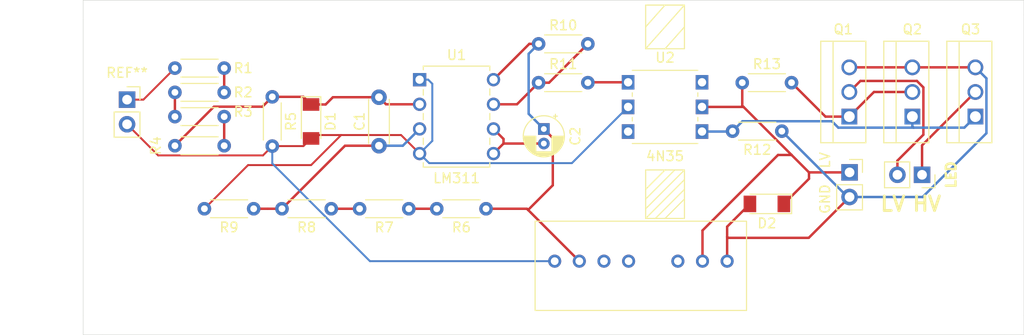
<source format=kicad_pcb>
(kicad_pcb (version 20211014) (generator pcbnew)
  (layers (0 "F.Cu" signal) (31 "B.Cu" signal) (34 "B.Paste" user) (35 "F.Paste" user) (36 "B.SilkS" user "B.Silkscreen") (37 "F.SilkS" user "F.Silkscreen") (38 "B.Mask" user) (39 "F.Mask" user) (44 "Edge.Cuts" user))
  (net 0 "")
  (net 1 "/HV+")
  (net 2 "Net-(R1-Pad2)")
  (net 3 "Net-(R2-Pad2)")
  (net 4 "Net-(R3-Pad2)")
  (net 5 "Net-(C1-Pad2)")
  (net 6 "/HV-")
  (net 7 "Net-(C2-Pad1)")
  (net 8 "Net-(R6-Pad2)")
  (net 9 "Net-(R7-Pad2)")
  (net 10 "Net-(C1-Pad1)")
  (net 11 "Net-(R10-Pad2)")
  (net 12 "Net-(R11-Pad2)")
  (net 13 "GND")
  (net 14 "Net-(Q2-Pad1)")
  (net 15 "/LV")
  (net 16 "Net-(Q1-Pad1)")
  (net 19 "Net-(C2-Pad2)")
  (net 20 "/LV_ACTIVE_LIGHT")
  (net 21 "/HV_ACTIVE_LIGHT")
  (net 24 "x")
  (footprint "Library:LM311P" (layer "F.Cu") (at 163.69 91.19)
    (fp_text reference "U1" (at 3.81 -2.54) (layer "F.SilkS"))
    (fp_text value "LM311" (at 3.81 10.16) (layer "F.SilkS"))
    (fp_line (start 0.381 8.564597) (end 0.381 9.017) (layer "F.SilkS") (width 0.12))
    (fp_line (start 7.239 9.017) (end 7.239 8.564597) (layer "F.SilkS") (width 0.12))
    (fp_line (start 7.239 6.675403) (end 7.239 6.024597) (layer "F.SilkS") (width 0.12))
    (fp_line (start 0.381 -1.397) (end 0.381 -1.01854) (layer "F.SilkS") (width 0.12))
    (fp_line (start 7.239 -0.944597) (end 7.239 -1.397) (layer "F.SilkS") (width 0.12))
    (fp_line (start 7.239 -1.397) (end 0.381 -1.397) (layer "F.SilkS") (width 0.12))
    (fp_line (start 7.239 1.595403) (end 7.239 0.944597) (layer "F.SilkS") (width 0.12))
    (fp_line (start 0.381 3.484597) (end 0.381 4.135403) (layer "F.SilkS") (width 0.12))
    (fp_line (start 0.381 1.01854) (end 0.381 1.595403) (layer "F.SilkS") (width 0.12))
    (fp_line (start 0.381 9.017) (end 7.239 9.017) (layer "F.SilkS") (width 0.12))
    (fp_line (start 7.239 4.135403) (end 7.239 3.484597) (layer "F.SilkS") (width 0.12))
    (fp_line (start 0.381 6.024597) (end 0.381 6.675403) (layer "F.SilkS") (width 0.12))
    (pad "1" thru_hole rect (at 0 0) (size 1.3716 1.3716) (drill 0.8636) (layers *.Cu *.Mask) (net 6 "/HV-"))
    (pad "2" thru_hole circle (at 0 2.54) (size 1.3716 1.3716) (drill 0.8636) (layers *.Cu *.Mask) (net 5 "Net-(C1-Pad2)"))
    (pad "3" thru_hole circle (at 0 5.08) (size 1.3716 1.3716) (drill 0.8636) (layers *.Cu *.Mask) (net 10 "Net-(C1-Pad1)"))
    (pad "4" thru_hole circle (at 0 7.62) (size 1.3716 1.3716) (drill 0.8636) (layers *.Cu *.Mask) (net 6 "/HV-"))
    (pad "5" thru_hole circle (at 7.62 7.62) (size 1.3716 1.3716) (drill 0.8636) (layers *.Cu *.Mask) (net 19 "Net-(C2-Pad2)"))
    (pad "6" thru_hole circle (at 7.62 5.08) (size 1.3716 1.3716) (drill 0.8636) (layers *.Cu *.Mask) (net 19 "Net-(C2-Pad2)"))
    (pad "7" thru_hole circle (at 7.62 2.54) (size 1.3716 1.3716) (drill 0.8636) (layers *.Cu *.Mask) (net 11 "Net-(R10-Pad2)"))
    (pad "8" thru_hole circle (at 7.62 0) (size 1.3716 1.3716) (drill 0.8636) (layers *.Cu *.Mask) (net 7 "Net-(C2-Pad1)"))
  )
  (footprint "Resistor_THT:R_Axial_DIN0204_L3.6mm_D1.6mm_P5.08mm_Horizontal" (layer "F.Cu") (at 143.54 98 180)
    (fp_text reference "R4" (at 7.04 0 90) (layer "F.SilkS"))
    (fp_text value "4.7M")
    (fp_line (start 0.62 0.92) (end 4.46 0.92) (layer "F.SilkS") (width 0.12))
    (fp_line (start 0.62 -0.92) (end 4.46 -0.92) (layer "F.SilkS") (width 0.12))
    (pad "1" thru_hole circle (at 0 0 180) (size 1.4 1.4) (drill 0.7) (layers *.Cu *.Mask) (net 4 "Net-(R3-Pad2)"))
    (pad "2" thru_hole oval (at 5.08 0 180) (size 1.4 1.4) (drill 0.7) (layers *.Cu *.Mask) (net 5 "Net-(C1-Pad2)"))
  )
  (footprint "Resistor_THT:R_Axial_DIN0204_L3.6mm_D1.6mm_P5.08mm_Horizontal" (layer "F.Cu") (at 175.96 87.5)
    (fp_text reference "R10" (at 2.54 -1.92) (layer "F.SilkS"))
    (fp_text value "4.7M")
    (fp_line (start 0.62 0.92) (end 4.46 0.92) (layer "F.SilkS") (width 0.12))
    (fp_line (start 0.62 -0.92) (end 4.46 -0.92) (layer "F.SilkS") (width 0.12))
    (pad "1" thru_hole circle (at 0 0) (size 1.4 1.4) (drill 0.7) (layers *.Cu *.Mask) (net 7 "Net-(C2-Pad1)"))
    (pad "2" thru_hole oval (at 5.08 0) (size 1.4 1.4) (drill 0.7) (layers *.Cu *.Mask) (net 11 "Net-(R10-Pad2)"))
  )
  (footprint "Resistor_THT:R_Axial_DIN0204_L3.6mm_D1.6mm_P5.08mm_Horizontal" (layer "F.Cu") (at 170.54 104.5 180)
    (fp_text reference "R6" (at 2.54 -1.92) (layer "F.SilkS"))
    (fp_text value "4.7M")
    (fp_line (start 0.62 0.92) (end 4.46 0.92) (layer "F.SilkS") (width 0.12))
    (fp_line (start 0.62 -0.92) (end 4.46 -0.92) (layer "F.SilkS") (width 0.12))
    (pad "1" thru_hole circle (at 0 0 180) (size 1.4 1.4) (drill 0.7) (layers *.Cu *.Mask) (net 7 "Net-(C2-Pad1)"))
    (pad "2" thru_hole oval (at 5.08 0 180) (size 1.4 1.4) (drill 0.7) (layers *.Cu *.Mask) (net 8 "Net-(R6-Pad2)"))
  )
  (footprint "Library:4N35" (layer "F.Cu") (at 185.19 91.46)
    (fp_text reference "U2" (at 3.81 -2.54) (layer "F.SilkS"))
    (fp_text value "4N35" (at 3.81 7.62) (layer "F.SilkS"))
    (fp_line (start 7.1882 1.45796) (end 7.1882 1.08204) (layer "F.SilkS") (width 0.12))
    (fp_line (start 0.4318 1.08204) (end 0.4318 1.45796) (layer "F.SilkS") (width 0.12))
    (fp_line (start 7.1882 3.99796) (end 7.1882 3.62204) (layer "F.SilkS") (width 0.12))
    (fp_line (start 0.4318 3.62204) (end 0.4318 3.99796) (layer "F.SilkS") (width 0.12))
    (fp_line (start 7.1882 -1.2319) (end 0.4318 -1.2319) (layer "F.SilkS") (width 0.12))
    (fp_line (start 0.4318 6.3119) (end 7.1882 6.3119) (layer "F.SilkS") (width 0.12))
    (pad "1" thru_hole rect (at 0 0) (size 1.2954 1.4986) (drill 0.8636) (layers *.Cu *.Mask) (net 12 "Net-(R11-Pad2)"))
    (pad "2" thru_hole rect (at 0 2.54) (size 1.2954 1.4986) (drill 0.8636) (layers *.Cu *.Mask) (net 6 "/HV-"))
    (pad "3" thru_hole rect (at 0 5.08) (size 1.2954 1.4986) (drill 0.8636) (layers *.Cu *.Mask))
    (pad "4" thru_hole rect (at 7.62 5.08) (size 1.2954 1.4986) (drill 0.8636) (layers *.Cu *.Mask) (net 14 "Net-(Q2-Pad1)"))
    (pad "5" thru_hole rect (at 7.62 2.54) (size 1.2954 1.4986) (drill 0.8636) (layers *.Cu *.Mask) (net 15 "/LV"))
    (pad "6" thru_hole rect (at 7.62 0) (size 1.2954 1.4986) (drill 0.8636) (layers *.Cu *.Mask))
  )
  (footprint "Diode_SMD:D_MiniMELF" (layer "F.Cu") (at 199.5 104 180)
    (fp_text reference "D2" (at 0 -2) (layer "F.SilkS"))
    (fp_text value "BZV55C12")
    (fp_line (start 1.75 -1) (end -2.55 -1) (layer "F.SilkS") (width 0.12))
    (fp_line (start -2.55 1) (end 1.75 1) (layer "F.SilkS") (width 0.12))
    (fp_line (start -2.55 -1) (end -2.55 1) (layer "F.SilkS") (width 0.12))
    (pad "1" smd rect (at -1.75 0 180) (size 1.3 1.7) (layers "F.Cu" "F.Paste" "F.Mask") (net 15 "/LV"))
    (pad "2" smd rect (at 1.75 0 180) (size 1.3 1.7) (layers "F.Cu" "F.Paste" "F.Mask") (net 13 "GND"))
  )
  (footprint "Resistor_THT:R_Axial_DIN0204_L3.6mm_D1.6mm_P5.08mm_Horizontal" (layer "F.Cu") (at 146.58 104.5 180)
    (fp_text reference "R9" (at 2.54 -1.92) (layer "F.SilkS"))
    (fp_text value "4.7M")
    (fp_line (start 0.62 0.92) (end 4.46 0.92) (layer "F.SilkS") (width 0.12))
    (fp_line (start 0.62 -0.92) (end 4.46 -0.92) (layer "F.SilkS") (width 0.12))
    (pad "1" thru_hole circle (at 0 0 180) (size 1.4 1.4) (drill 0.7) (layers *.Cu *.Mask) (net 10 "Net-(C1-Pad1)"))
    (pad "2" thru_hole oval (at 5.08 0 180) (size 1.4 1.4) (drill 0.7) (layers *.Cu *.Mask) (net 6 "/HV-"))
  )
  (footprint "Resistor_THT:R_Axial_DIN0204_L3.6mm_D1.6mm_P5.08mm_Horizontal" (layer "F.Cu") (at 138.46 95)
    (fp_text reference "R3" (at 7.04 -0.5) (layer "F.SilkS"))
    (fp_text value "4.7M")
    (fp_line (start 0.62 -0.92) (end 4.46 -0.92) (layer "F.SilkS") (width 0.12))
    (fp_line (start 0.62 0.92) (end 4.46 0.92) (layer "F.SilkS") (width 0.12))
    (pad "1" thru_hole circle (at 0 0) (size 1.4 1.4) (drill 0.7) (layers *.Cu *.Mask) (net 3 "Net-(R2-Pad2)"))
    (pad "2" thru_hole oval (at 5.08 0) (size 1.4 1.4) (drill 0.7) (layers *.Cu *.Mask) (net 4 "Net-(R3-Pad2)"))
  )
  (footprint "Resistor_THT:R_Axial_DIN0204_L3.6mm_D1.6mm_P5.08mm_Horizontal" (layer "F.Cu") (at 143.54 92.5 180)
    (fp_text reference "R2" (at -1.96 0) (layer "F.SilkS"))
    (fp_text value "4.7M")
    (fp_line (start 0.62 0.92) (end 4.46 0.92) (layer "F.SilkS") (width 0.12))
    (fp_line (start 0.62 -0.92) (end 4.46 -0.92) (layer "F.SilkS") (width 0.12))
    (pad "1" thru_hole circle (at 0 0 180) (size 1.4 1.4) (drill 0.7) (layers *.Cu *.Mask) (net 2 "Net-(R1-Pad2)"))
    (pad "2" thru_hole oval (at 5.08 0 180) (size 1.4 1.4) (drill 0.7) (layers *.Cu *.Mask) (net 3 "Net-(R2-Pad2)"))
  )
  (footprint "Resistor_THT:R_Axial_DIN0204_L3.6mm_D1.6mm_P5.08mm_Horizontal" (layer "F.Cu") (at 196.96 91.5)
    (fp_text reference "R13" (at 2.54 -1.92) (layer "F.SilkS"))
    (fp_text value "10k")
    (fp_line (start 0.62 -0.92) (end 4.46 -0.92) (layer "F.SilkS") (width 0.12))
    (fp_line (start 0.62 0.92) (end 4.46 0.92) (layer "F.SilkS") (width 0.12))
    (pad "1" thru_hole circle (at 0 0) (size 1.4 1.4) (drill 0.7) (layers *.Cu *.Mask) (net 15 "/LV"))
    (pad "2" thru_hole oval (at 5.08 0) (size 1.4 1.4) (drill 0.7) (layers *.Cu *.Mask) (net 16 "Net-(Q1-Pad1)"))
  )
  (footprint "Library:IRF640NPBF" (layer "F.Cu") (at 221 95 90)
    (fp_text reference "Q3" (at 9 -0.5 180) (layer "F.SilkS"))
    (fp_text value "IRF640" hide)
    (fp_line (start 7.7724 1.7018) (end 7.7724 -2.9464) (layer "F.SilkS") (width 0.12))
    (fp_line (start -2.5654 -1.6764) (end 7.6454 -1.6764) (layer "F.SilkS") (width 0.12))
    (fp_line (start -2.6924 -2.9464) (end -2.6924 1.7018) (layer "F.SilkS") (width 0.12))
    (fp_line (start -2.6924 1.7018) (end 7.7724 1.7018) (layer "F.SilkS") (width 0.12))
    (fp_line (start 7.7724 -2.9464) (end -2.6924 -2.9464) (layer "F.SilkS") (width 0.12))
    (pad "1" thru_hole rect (at 0 0 90) (size 1.6256 1.6256) (drill 1.1176) (layers *.Cu *.Mask) (net 14 "Net-(Q2-Pad1)"))
    (pad "2" thru_hole circle (at 2.54 0 90) (size 1.6256 1.6256) (drill 1.1176) (layers *.Cu *.Mask) (net 21 "/HV_ACTIVE_LIGHT"))
    (pad "3" thru_hole circle (at 5.08 0 90) (size 1.6256 1.6256) (drill 1.1176) (layers *.Cu *.Mask) (net 13 "GND"))
  )
  (footprint "Resistor_THT:R_Axial_DIN0204_L3.6mm_D1.6mm_P5.08mm_Horizontal" (layer "F.Cu") (at 148.5 92.96 -90)
    (fp_text reference "R5" (at 2.54 -1.92 90) (layer "F.SilkS"))
    (fp_text value "1M")
    (fp_line (start 0.62 -0.92) (end 4.46 -0.92) (layer "F.SilkS") (width 0.12))
    (fp_line (start 0.62 0.92) (end 4.46 0.92) (layer "F.SilkS") (width 0.12))
    (pad "1" thru_hole circle (at 0 0 270) (size 1.4 1.4) (drill 0.7) (layers *.Cu *.Mask) (net 5 "Net-(C1-Pad2)"))
    (pad "2" thru_hole oval (at 5.08 0 270) (size 1.4 1.4) (drill 0.7) (layers *.Cu *.Mask) (net 6 "/HV-"))
  )
  (footprint "Resistor_THT:R_Axial_DIN0204_L3.6mm_D1.6mm_P5.08mm_Horizontal" (layer "F.Cu") (at 138.46 90)
    (fp_text reference "R1" (at 7.04 0) (layer "F.SilkS"))
    (fp_text value "4.7M")
    (fp_line (start 0.62 0.92) (end 4.46 0.92) (layer "F.SilkS") (width 0.12))
    (fp_line (start 0.62 -0.92) (end 4.46 -0.92) (layer "F.SilkS") (width 0.12))
    (pad "1" thru_hole circle (at 0 0) (size 1.4 1.4) (drill 0.7) (layers *.Cu *.Mask) (net 1 "/HV+"))
    (pad "2" thru_hole oval (at 5.08 0) (size 1.4 1.4) (drill 0.7) (layers *.Cu *.Mask) (net 2 "Net-(R1-Pad2)"))
  )
  (footprint "Connector_PinSocket_2.54mm:PinSocket_1x02_P2.54mm_Vertical" (layer "F.Cu") (at 208.025 100.75)
    (fp_text reference "REF**" hide)
    (fp_text value "PinSocket_1x02_P2.54mm_Vertical")
    (fp_line (start -1.33 1.27) (end -1.33 3.87) (layer "F.SilkS") (width 0.12))
    (fp_line (start -1.33 1.27) (end 1.33 1.27) (layer "F.SilkS") (width 0.12))
    (fp_line (start 0 -1.33) (end 1.33 -1.33) (layer "F.SilkS") (width 0.12))
    (fp_line (start 1.33 1.27) (end 1.33 3.87) (layer "F.SilkS") (width 0.12))
    (fp_line (start -1.33 3.87) (end 1.33 3.87) (layer "F.SilkS") (width 0.12))
    (fp_line (start 1.33 -1.33) (end 1.33 0) (layer "F.SilkS") (width 0.12))
    (pad "1" thru_hole rect (at 0 0) (size 1.7 1.7) (drill 1) (layers *.Cu *.Mask) (net 15 "/LV"))
    (pad "2" thru_hole oval (at 0 2.54) (size 1.7 1.7) (drill 1) (layers *.Cu *.Mask) (net 13 "GND"))
  )
  (footprint "Library:IRF640NPBF" (layer "F.Cu") (at 214.5 95 90)
    (fp_text reference "Q2" (at 9 0 180) (layer "F.SilkS"))
    (fp_text value "IRF640" hide)
    (fp_line (start -2.5654 -1.6764) (end 7.6454 -1.6764) (layer "F.SilkS") (width 0.12))
    (fp_line (start 7.7724 -2.9464) (end -2.6924 -2.9464) (layer "F.SilkS") (width 0.12))
    (fp_line (start -2.6924 -2.9464) (end -2.6924 1.7018) (layer "F.SilkS") (width 0.12))
    (fp_line (start 7.7724 1.7018) (end 7.7724 -2.9464) (layer "F.SilkS") (width 0.12))
    (fp_line (start -2.6924 1.7018) (end 7.7724 1.7018) (layer "F.SilkS") (width 0.12))
    (pad "1" thru_hole rect (at 0 0 90) (size 1.6256 1.6256) (drill 1.1176) (layers *.Cu *.Mask) (net 14 "Net-(Q2-Pad1)"))
    (pad "2" thru_hole circle (at 2.54 0 90) (size 1.6256 1.6256) (drill 1.1176) (layers *.Cu *.Mask) (net 16 "Net-(Q1-Pad1)"))
    (pad "3" thru_hole circle (at 5.08 0 90) (size 1.6256 1.6256) (drill 1.1176) (layers *.Cu *.Mask) (net 13 "GND"))
  )
  (footprint "Resistor_THT:R_Axial_DIN0204_L3.6mm_D1.6mm_P5.08mm_Horizontal" (layer "F.Cu") (at 175.96 91.5)
    (fp_text reference "R11" (at 2.54 -1.92) (layer "F.SilkS"))
    (fp_text value "2k2")
    (fp_line (start 0.62 -0.92) (end 4.46 -0.92) (layer "F.SilkS") (width 0.12))
    (fp_line (start 0.62 0.92) (end 4.46 0.92) (layer "F.SilkS") (width 0.12))
    (pad "1" thru_hole circle (at 0 0) (size 1.4 1.4) (drill 0.7) (layers *.Cu *.Mask) (net 11 "Net-(R10-Pad2)"))
    (pad "2" thru_hole oval (at 5.08 0) (size 1.4 1.4) (drill 0.7) (layers *.Cu *.Mask) (net 12 "Net-(R11-Pad2)"))
  )
  (footprint "Resistor_THT:R_Axial_DIN0204_L3.6mm_D1.6mm_P5.08mm_Horizontal" (layer "F.Cu") (at 201.04 96.5 180)
    (fp_text reference "R12" (at 2.54 -1.92) (layer "F.SilkS"))
    (fp_text value "100k")
    (fp_line (start 0.62 0.92) (end 4.46 0.92) (layer "F.SilkS") (width 0.12))
    (fp_line (start 0.62 -0.92) (end 4.46 -0.92) (layer "F.SilkS") (width 0.12))
    (pad "1" thru_hole circle (at 0 0 180) (size 1.4 1.4) (drill 0.7) (layers *.Cu *.Mask) (net 13 "GND"))
    (pad "2" thru_hole oval (at 5.08 0 180) (size 1.4 1.4) (drill 0.7) (layers *.Cu *.Mask) (net 14 "Net-(Q2-Pad1)"))
  )
  (footprint "Resistor_THT:R_Axial_DIN0204_L3.6mm_D1.6mm_P5.08mm_Horizontal" (layer "F.Cu") (at 154.58 104.5 180)
    (fp_text reference "R8" (at 2.54 -1.92) (layer "F.SilkS"))
    (fp_text value "4.7M")
    (fp_line (start 0.62 -0.92) (end 4.46 -0.92) (layer "F.SilkS") (width 0.12))
    (fp_line (start 0.62 0.92) (end 4.46 0.92) (layer "F.SilkS") (width 0.12))
    (pad "1" thru_hole circle (at 0 0 180) (size 1.4 1.4) (drill 0.7) (layers *.Cu *.Mask) (net 9 "Net-(R7-Pad2)"))
    (pad "2" thru_hole oval (at 5.08 0 180) (size 1.4 1.4) (drill 0.7) (layers *.Cu *.Mask) (net 10 "Net-(C1-Pad1)"))
  )
  (footprint "Resistor_THT:R_Axial_DIN0204_L3.6mm_D1.6mm_P5.08mm_Horizontal" (layer "F.Cu") (at 162.58 104.5 180)
    (fp_text reference "R7" (at 2.54 -1.92) (layer "F.SilkS"))
    (fp_text value "4.7M")
    (fp_line (start 0.62 0.92) (end 4.46 0.92) (layer "F.SilkS") (width 0.12))
    (fp_line (start 0.62 -0.92) (end 4.46 -0.92) (layer "F.SilkS") (width 0.12))
    (pad "1" thru_hole circle (at 0 0 180) (size 1.4 1.4) (drill 0.7) (layers *.Cu *.Mask) (net 8 "Net-(R6-Pad2)"))
    (pad "2" thru_hole oval (at 5.08 0 180) (size 1.4 1.4) (drill 0.7) (layers *.Cu *.Mask) (net 9 "Net-(R7-Pad2)"))
  )
  (footprint "Diode_SMD:D_MiniMELF" (layer "F.Cu") (at 152.5 95.5 -90)
    (fp_text reference "D1" (at 0 -2 90) (layer "F.SilkS"))
    (fp_text value "BZV55C12")
    (fp_line (start -2.55 -1) (end -2.55 1) (layer "F.SilkS") (width 0.12))
    (fp_line (start 1.75 -1) (end -2.55 -1) (layer "F.SilkS") (width 0.12))
    (fp_line (start -2.55 1) (end 1.75 1) (layer "F.SilkS") (width 0.12))
    (pad "1" smd rect (at -1.75 0 270) (size 1.3 1.7) (layers "F.Cu" "F.Paste" "F.Mask") (net 5 "Net-(C1-Pad2)"))
    (pad "2" smd rect (at 1.75 0 270) (size 1.3 1.7) (layers "F.Cu" "F.Paste" "F.Mask") (net 6 "/HV-"))
  )
  (footprint "Connector_PinSocket_2.54mm:PinSocket_1x02_P2.54mm_Vertical" (layer "F.Cu") (at 215.5 101 -90)
    (fp_text reference "REF**" hide)
    (fp_text value "PinSocket_1x02_P2.54mm_Vertical")
    (fp_line (start -1.33 1.27) (end 1.33 1.27) (layer "F.SilkS") (width 0.12))
    (fp_line (start -1.33 1.27) (end -1.33 3.87) (layer "F.SilkS") (width 0.12))
    (fp_line (start 0 -1.33) (end 1.33 -1.33) (layer "F.SilkS") (width 0.12))
    (fp_line (start -1.33 3.87) (end 1.33 3.87) (layer "F.SilkS") (width 0.12))
    (fp_line (start 1.33 -1.33) (end 1.33 0) (layer "F.SilkS") (width 0.12))
    (fp_line (start 1.33 1.27) (end 1.33 3.87) (layer "F.SilkS") (width 0.12))
    (pad "1" thru_hole rect (at 0 0 270) (size 1.7 1.7) (drill 1) (layers *.Cu *.Mask) (net 21 "/HV_ACTIVE_LIGHT"))
    (pad "2" thru_hole oval (at 0 2.54 270) (size 1.7 1.7) (drill 1) (layers *.Cu *.Mask) (net 20 "/LV_ACTIVE_LIGHT"))
  )
  (footprint "Library:IRF640NPBF" (layer "F.Cu") (at 208 95 90)
    (fp_text reference "Q1" (at 9 -0.6223 180) (layer "F.SilkS"))
    (fp_text value "IRF640" hide)
    (fp_line (start -2.5654 -1.6764) (end 7.6454 -1.6764) (layer "F.SilkS") (width 0.12))
    (fp_line (start 7.7724 1.7018) (end 7.7724 -2.9464) (layer "F.SilkS") (width 0.12))
    (fp_line (start -2.6924 1.7018) (end 7.7724 1.7018) (layer "F.SilkS") (width 0.12))
    (fp_line (start 7.7724 -2.9464) (end -2.6924 -2.9464) (layer "F.SilkS") (width 0.12))
    (fp_line (start -2.6924 -2.9464) (end -2.6924 1.7018) (layer "F.SilkS") (width 0.12))
    (pad "1" thru_hole rect (at 0 0 90) (size 1.6256 1.6256) (drill 1.1176) (layers *.Cu *.Mask) (net 16 "Net-(Q1-Pad1)"))
    (pad "2" thru_hole circle (at 2.54 0 90) (size 1.6256 1.6256) (drill 1.1176) (layers *.Cu *.Mask) (net 20 "/LV_ACTIVE_LIGHT"))
    (pad "3" thru_hole circle (at 5.08 0 90) (size 1.6256 1.6256) (drill 1.1176) (layers *.Cu *.Mask) (net 13 "GND"))
  )
  (footprint "Library:SPAN02A-12[s.m]" (layer "F.Cu") (at 185.24 97.205 180)
    (fp_text reference "PS1" hide)
    (fp_text value "SPAN02A-12")
    (fp_rect (start -12.16 -17.78) (end 9.64 -8.58) (layer "F.SilkS") (width 0.12) (fill none))
    (pad "1" thru_hole circle (at -10.16 -12.7 180) (size 1.35 1.35) (drill 0.8) (layers *.Cu *.Mask) (net 13 "GND"))
    (pad "2" thru_hole circle (at -7.62 -12.7 180) (size 1.35 1.35) (drill 0.8) (layers *.Cu *.Mask) (net 15 "/LV"))
    (pad "3" thru_hole circle (at -5.08 -12.7 180) (size 1.35 1.35) (drill 0.8) (layers *.Cu *.Mask))
    (pad "4" thru_hole circle (at 0 -12.7 180) (size 1.35 1.35) (drill 0.8) (layers *.Cu *.Mask) (net 24 "x"))
    (pad "5" thru_hole circle (at 2.54 -12.7 180) (size 1.35 1.35) (drill 0.8) (layers *.Cu *.Mask))
    (pad "6" thru_hole circle (at 5.08 -12.7 180) (size 1.35 1.35) (drill 0.8) (layers *.Cu *.Mask) (net 7 "Net-(C2-Pad1)"))
    (pad "7" thru_hole circle (at 7.62 -12.7 180) (size 1.35 1.35) (drill 0.8) (layers *.Cu *.Mask) (net 6 "/HV-"))
  )
  (footprint "Connector_PinSocket_2.54mm:PinSocket_1x02_P2.54mm_Vertical" (layer "F.Cu") (at 133.525 93.25)
    (fp_text reference "REF**" (at 0 -2.77) (layer "F.SilkS"))
    (fp_text value "PinSocket_1x02_P2.54mm_Vertical")
    (fp_line (start -1.33 1.27) (end -1.33 3.87) (layer "F.SilkS") (width 0.12))
    (fp_line (start 1.33 -1.33) (end 1.33 0) (layer "F.SilkS") (width 0.12))
    (fp_line (start -1.33 3.87) (end 1.33 3.87) (layer "F.SilkS") (width 0.12))
    (fp_line (start -1.33 1.27) (end 1.33 1.27) (layer "F.SilkS") (width 0.12))
    (fp_line (start 1.33 1.27) (end 1.33 3.87) (layer "F.SilkS") (width 0.12))
    (fp_line (start 0 -1.33) (end 1.33 -1.33) (layer "F.SilkS") (width 0.12))
    (pad "1" thru_hole rect (at 0 0) (size 1.7 1.7) (drill 1) (layers *.Cu "F.Mask") (net 1 "/HV+"))
    (pad "2" thru_hole oval (at 0 2.54) (size 1.7 1.7) (drill 1) (layers *.Cu *.Mask) (net 6 "/HV-"))
  )
  (footprint "Capacitor_THT:C_Disc_D4.3mm_W1.9mm_P5.00mm" (layer "F.Cu") (at 159.5 98 90)
    (fp_text reference "C1" (at 2.5 -2 90) (layer "F.SilkS"))
    (fp_text value "1nF")
    (fp_line (start 0.23 -1.07) (end 4.77 -1.07) (layer "F.SilkS") (width 0.12))
    (fp_line (start 4.77 -1.07) (end 4.77 -1.055) (layer "F.SilkS") (width 0.12))
    (fp_line (start 4.77 1.055) (end 4.77 1.07) (layer "F.SilkS") (width 0.12))
    (fp_line (start 0.23 1.055) (end 0.23 1.07) (layer "F.SilkS") (width 0.12))
    (fp_line (start 0.23 -1.07) (end 0.23 -1.055) (layer "F.SilkS") (width 0.12))
    (fp_line (start 0.23 1.07) (end 4.77 1.07) (layer "F.SilkS") (width 0.12))
    (pad "1" thru_hole circle (at 0 0 90) (size 1.6 1.6) (drill 0.8) (layers *.Cu *.Mask) (net 10 "Net-(C1-Pad1)"))
    (pad "2" thru_hole circle (at 5 0 90) (size 1.6 1.6) (drill 0.8) (layers *.Cu *.Mask) (net 5 "Net-(C1-Pad2)"))
  )
  (footprint "Capacitor_THT:CP_Radial_D4.0mm_P1.50mm" (layer "F.Cu") (at 176.5 96.277401 -90)
    (fp_text reference "C2" (at 0.75 -3.25 90) (layer "F.SilkS"))
    (fp_text value "1uF")
    (fp_line (start 1.791 -1.808) (end 1.791 -0.84) (layer "F.SilkS") (width 0.12))
    (fp_line (start 2.391 -1.304) (end 2.391 1.304) (layer "F.SilkS") (width 0.12))
    (fp_line (start 2.031 -1.65) (end 2.031 -0.84) (layer "F.SilkS") (width 0.12))
    (fp_line (start 2.551 -1.08) (end 2.551 1.08) (layer "F.SilkS") (width 0.12))
    (fp_line (start 0.75 -2.08) (end 0.75 -0.84) (layer "F.SilkS") (width 0.12))
    (fp_line (start 1.15 0.84) (end 1.15 2.042) (layer "F.SilkS") (width 0.12))
    (fp_line (start 2.231 0.84) (end 2.231 1.478) (layer "F.SilkS") (width 0.12))
    (fp_line (start 1.471 0.84) (end 1.471 1.954) (layer "F.SilkS") (width 0.12))
    (fp_line (start 1.07 -2.056) (end 1.07 -0.84) (layer "F.SilkS") (width 0.12))
    (fp_line (start 1.671 0.84) (end 1.671 1.87) (layer "F.SilkS") (width 0.12))
    (fp_line (start 2.071 0.84) (end 2.071 1.619) (layer "F.SilkS") (width 0.12))
    (fp_line (start 1.27 -2.016) (end 1.27 -0.84) (layer "F.SilkS") (width 0.12))
    (fp_line (start 1.791 0.84) (end 1.791 1.808) (layer "F.SilkS") (width 0.12))
    (fp_line (start 2.431 -1.254) (end 2.431 1.254) (layer "F.SilkS") (width 0.12))
    (fp_line (start 1.39 0.84) (end 1.39 1.982) (layer "F.SilkS") (width 0.12))
    (fp_line (start 1.11 0.84) (end 1.11 2.05) (layer "F.SilkS") (width 0.12))
    (fp_line (start 1.591 -1.907) (end 1.591 -0.84) (layer "F.SilkS") (width 0.12))
    (fp_line (start 2.271 0.84) (end 2.271 1.438) (layer "F.SilkS") (width 0.12))
    (fp_line (start 2.791 -0.537) (end 2.791 0.537) (layer "F.SilkS") (width 0.12))
    (fp_line (start 1.39 -1.982) (end 1.39 -0.84) (layer "F.SilkS") (width 0.12))
    (fp_line (start 2.191 0.84) (end 2.191 1.516) (layer "F.SilkS") (width 0.12))
    (fp_line (start 2.071 -1.619) (end 2.071 -0.84) (layer "F.SilkS") (width 0.12))
    (fp_line (start 0.75 0.84) (end 0.75 2.08) (layer "F.SilkS") (width 0.12))
    (fp_line (start 1.671 -1.87) (end 1.671 -0.84) (layer "F.SilkS") (width 0.12))
    (fp_line (start 1.03 0.84) (end 1.03 2.062) (layer "F.SilkS") (width 0.12))
    (fp_line (start -1.319801 -1.395) (end -1.319801 -0.995) (layer "F.SilkS") (width 0.12))
    (fp_line (start 0.79 0.84) (end 0.79 2.08) (layer "F.SilkS") (width 0.12))
    (fp_line (start 0.99 0.84) (end 0.99 2.067) (layer "F.SilkS") (width 0.12))
    (fp_line (start 1.831 0.84) (end 1.831 1.785) (layer "F.SilkS") (width 0.12))
    (fp_line (start 1.27 0.84) (end 1.27 2.016) (layer "F.SilkS") (width 0.12))
    (fp_line (start 1.751 -1.83) (end 1.751 -0.84) (layer "F.SilkS") (width 0.12))
    (fp_line (start 2.471 -1.2) (end 2.471 1.2) (layer "F.SilkS") (width 0.12))
    (fp_line (start 0.91 -2.074) (end 0.91 -0.84) (layer "F.SilkS") (width 0.12))
    (fp_line (start 0.83 -2.079) (end 0.83 -0.84) (layer "F.SilkS") (width 0.12))
    (fp_line (start 1.35 0.84) (end 1.35 1.994) (layer "F.SilkS") (width 0.12))
    (fp_line (start 2.271 -1.438) (end 2.271 -0.84) (layer "F.SilkS") (width 0.12))
    (fp_line (start 2.591 -1.013) (end 2.591 1.013) (layer "F.SilkS") (width 0.12))
    (fp_line (start 1.551 0.84) (end 1.551 1.924) (layer "F.SilkS") (width 0.12))
    (fp_line (start 1.911 0.84) (end 1.911 1.735) (layer "F.SilkS") (width 0.12))
    (fp_line (start 2.351 -1.351) (end 2.351 1.351) (layer "F.SilkS") (width 0.12))
    (fp_line (start 1.871 -1.76) (end 1.871 -0.84) (layer "F.SilkS") (width 0.12))
    (fp_line (start 2.631 -0.94) (end 2.631 0.94) (layer "F.SilkS") (width 0.12))
    (fp_line (start 2.031 0.84) (end 2.031 1.65) (layer "F.SilkS") (width 0.12))
    (fp_line (start 1.951 0.84) (end 1.951 1.708) (layer "F.SilkS") (width 0.12))
    (fp_line (start 2.511 -1.142) (end 2.511 1.142) (layer "F.SilkS") (width 0.12))
    (fp_line (start 2.231 -1.478) (end 2.231 -0.84) (layer "F.SilkS") (width 0.12))
    (fp_line (start 1.35 -1.994) (end 1.35 -0.84) (layer "F.SilkS") (width 0.12))
    (fp_line (start 1.991 -1.68) (end 1.991 -0.84) (layer "F.SilkS") (width 0.12))
    (fp_line (start 0.87 -2.077) (end 0.87 -0.84) (layer "F.SilkS") (width 0.12))
    (fp_line (start 1.43 0.84) (end 1.43 1.968) (layer "F.SilkS") (width 0.12))
    (fp_line (start 1.631 -1.889) (end 1.631 -0.84) (layer "F.SilkS") (width 0.12))
    (fp_line (start 1.19 -2.034) (end 1.19 -0.84) (layer "F.SilkS") (width 0.12))
    (fp_line (start 0.79 -2.08) (end 0.79 -0.84) (layer "F.SilkS") (width 0.12))
    (fp_line (start 2.751 -0.664) (end 2.751 0.664) (layer "F.SilkS") (width 0.12))
    (fp_line (start 0.87 0.84) (end 0.87 2.077) (layer "F.SilkS") (width 0.12))
    (fp_line (start 1.19 0.84) (end 1.19 2.034) (layer "F.SilkS") (width 0.12))
    (fp_line (start 1.831 -1.785) (end 1.831 -0.84) (layer "F.SilkS") (width 0.12))
    (fp_line (start 0.91 0.84) (end 0.91 2.074) (layer "F.SilkS") (width 0.12))
    (fp_line (start 1.591 0.84) (end 1.591 1.907) (layer "F.SilkS") (width 0.12))
    (fp_line (start 1.31 0.84) (end 1.31 2.005) (layer "F.SilkS") (width 0.12))
    (fp_line (start 1.23 0.84) (end 1.23 2.025) (layer "F.SilkS") (width 0.12))
    (fp_line (start 2.111 0.84) (end 2.111 1.587) (layer "F.SilkS") (width 0.12))
    (fp_line (start 2.151 0.84) (end 2.151 1.552) (layer "F.SilkS") (width 0.12))
    (fp_line (start 2.111 -1.587) (end 2.111 -0.84) (layer "F.SilkS") (width 0.12))
    (fp_line (start 0.83 0.84) (end 0.83 2.079) (layer "F.SilkS") (width 0.12))
    (fp_line (start 1.551 -1.924) (end 1.551 -0.84) (layer "F.SilkS") (width 0.12))
    (fp_line (start 1.23 -2.025) (end 1.23 -0.84) (layer "F.SilkS") (width 0.12))
    (fp_line (start 1.951 -1.708) (end 1.951 -0.84) (layer "F.SilkS") (width 0.12))
    (fp_line (start 2.311 -1.396) (end 2.311 -0.84) (layer "F.SilkS") (width 0.12))
    (fp_line (start 1.991 0.84) (end 1.991 1.68) (layer "F.SilkS") (width 0.12))
    (fp_line (start 2.311 0.84) (end 2.311 1.396) (layer "F.SilkS") (width 0.12))
    (fp_line (start 1.751 0.84) (end 1.751 1.83) (layer "F.SilkS") (width 0.12))
    (fp_line (start 1.511 0.84) (end 1.511 1.94) (layer "F.SilkS") (width 0.12))
    (fp_line (start 1.471 -1.954) (end 1.471 -0.84) (layer "F.SilkS") (width 0.12))
    (fp_line (start 2.831 -0.37) (end 2.831 0.37) (layer "F.SilkS") (width 0.12))
    (fp_line (start 0.95 0.84) (end 0.95 2.071) (layer "F.SilkS") (width 0.12))
    (fp_line (start -1.519801 -1.195) (end -1.119801 -1.195) (layer "F.SilkS") (width 0.12))
    (fp_line (start 1.911 -1.735) (end 1.911 -0.84) (layer "F.SilkS") (width 0.12))
    (fp_line (start 0.95 -2.071) (end 0.95 -0.84) (layer "F.SilkS") (width 0.12))
    (fp_line (start 1.15 -2.042) (end 1.15 -0.84) (layer "F.SilkS") (width 0.12))
    (fp_line (start 1.711 -1.851) (end 1.711 -0.84) (layer "F.SilkS") (width 0.12))
    (fp_line (start 1.11 -2.05) (end 1.11 -0.84) (layer "F.SilkS") (width 0.12))
    (fp_line (start 2.711 -0.768) (end 2.711 0.768) (layer "F.SilkS") (width 0.12))
    (fp_line (start 1.631 0.84) (end 1.631 1.889) (layer "F.SilkS") (width 0.12))
    (fp_line (start 1.511 -1.94) (end 1.511 -0.84) (layer "F.SilkS") (width 0.12))
    (fp_line (start 2.671 -0.859) (end 2.671 0.859) (layer "F.SilkS") (width 0.12))
    (fp_line (start 2.151 -1.552) (end 2.151 -0.84) (layer "F.SilkS") (width 0.12))
    (fp_line (start 0.99 -2.067) (end 0.99 -0.84) (layer "F.SilkS") (width 0.12))
    (fp_line (start 1.43 -1.968) (end 1.43 -0.84) (layer "F.SilkS") (width 0.12))
    (fp_line (start 1.07 0.84) (end 1.07 2.056) (layer "F.SilkS") (width 0.12))
    (fp_line (start 1.03 -2.062) (end 1.03 -0.84) (layer "F.SilkS") (width 0.12))
    (fp_line (start 1.31 -2.005) (end 1.31 -0.84) (layer "F.SilkS") (width 0.12))
    (fp_line (start 1.711 0.84) (end 1.711 1.851) (layer "F.SilkS") (width 0.12))
    (fp_line (start 2.191 -1.516) (end 2.191 -0.84) (layer "F.SilkS") (width 0.12))
    (fp_line (start 1.871 0.84) (end 1.871 1.76) (layer "F.SilkS") (width 0.12))
    (fp_circle (center 0.75 0) (end 2.87 0) (layer "F.SilkS") (width 0.12) (fill none))
    (pad "1" thru_hole rect (at 0 0 270) (size 1.2 1.2) (drill 0.6) (layers *.Cu *.Mask) (net 7 "Net-(C2-Pad1)"))
    (pad "2" thru_hole circle (at 1.5 0 270) (size 1.2 1.2) (drill 0.6) (layers *.Cu *.Mask) (net 19 "Net-(C2-Pad2)"))
  )
  (gr_line (start 188 105.5) (end 191 102.5) (layer "F.SilkS") (width 0.12))
  (gr_line (start 187 88) (end 191 83.5) (layer "F.SilkS") (width 0.12))
  (gr_line (start 189 88) (end 191 85.75) (layer "F.SilkS") (width 0.12))
  (gr_rect (start 187 100.5) (end 191 105.5) (layer "F.SilkS") (width 0.12) (fill none))
  (gr_rect (start 187 83.5) (end 191 88) (layer "F.SilkS") (width 0.12) (fill none))
  (gr_line (start 187 85.75) (end 189 83.5) (layer "F.SilkS") (width 0.12))
  (gr_line (start 187 104.5) (end 191 100.5) (layer "F.SilkS") (width 0.12))
  (gr_line (start 187 102.5) (end 189 100.5) (layer "F.SilkS") (width 0.12))
  (gr_line (start 187 103.5) (end 190 100.5) (layer "F.SilkS") (width 0.12))
  (gr_line (start 187 105.5) (end 191 101.5) (layer "F.SilkS") (width 0.12))
  (gr_line (start 189 105.5) (end 191 103.5) (layer "F.SilkS") (width 0.12))
  (gr_line (start 129 85) (end 129 115.5) (layer "Edge.Cuts") (width 0.05))
  (gr_line (start 226 115.5) (end 226 84.5) (layer "Edge.Cuts") (width 0.05))
  (gr_line (start 131 83) (end 129 83) (layer "Edge.Cuts") (width 0.05))
  (gr_line (start 129 83) (end 129 85) (layer "Edge.Cuts") (width 0.05))
  (gr_line (start 131 117.5) (end 129 117.5) (layer "Edge.Cuts") (width 0.05))
  (gr_line (start 226 83) (end 224 83) (layer "Edge.Cuts") (width 0.05))
  (gr_line (start 224 83) (end 131 83) (layer "Edge.Cuts") (width 0.05))
  (gr_line (start 131 117.5) (end 224 117.5) (layer "Edge.Cuts") (width 0.05))
  (gr_line (start 224 117.5) (end 226 117.5) (layer "Edge.Cuts") (width 0.05))
  (gr_line (start 226 84.5) (end 226 83) (layer "Edge.Cuts") (width 0.05))
  (gr_line (start 226 117.5) (end 226 115.5) (layer "Edge.Cuts") (width 0.05))
  (gr_line (start 129 117.5) (end 129 115.5) (layer "Edge.Cuts") (width 0.05))
  (gr_text "LV" (at 205.5 99.5 90) (layer "F.SilkS") (effects (font (size 1 1))))
  (gr_text "LED" (at 218.5 101 90) (layer "F.SilkS") (effects (font (size 1 1) (thickness 0.25))))
  (gr_text "HV" (at 216 104) (layer "F.SilkS") (effects (font (size 1.5 1.5) (thickness 0.3))))
  (gr_text "GND\n" (at 205.5 103.5 90) (layer "F.SilkS") (effects (font (size 1 1))))
  (gr_text "LV" (at 212.5 104) (layer "F.SilkS") (effects (font (size 1.5 1.5) (thickness 0.3))))
  (segment (start 133.525 93.25) (end 135.21 93.25) (width 0.2) (layer "F.Cu") (net 1))
  (segment (start 135.21 93.25) (end 138.46 90) (width 0.2) (layer "F.Cu") (net 1))
  (segment (start 143.54 90) (end 143.54 92.5) (width 0.25) (layer "F.Cu") (net 2))
  (segment (start 138.46 92.5) (end 138.46 95) (width 0.25) (layer "F.Cu") (net 3))
  (segment (start 143.54 95) (end 143.54 98) (width 0.25) (layer "F.Cu") (net 4))
  (segment (start 163.46 93.5) (end 163.69 93.73) (width 0.25) (layer "F.Cu") (net 5))
  (segment (start 159.5 93) (end 154.75 93) (width 0.25) (layer "F.Cu") (net 5))
  (segment (start 163.69 93.73) (end 160.23 93.73) (width 0.25) (layer "F.Cu") (net 5))
  (segment (start 154 93.75) (end 154.75 93) (width 0.25) (layer "F.Cu") (net 5))
  (segment (start 138.46 98) (end 142.484511 93.975489) (width 0.25) (layer "F.Cu") (net 5))
  (segment (start 160.23 93.73) (end 159.5 93) (width 0.25) (layer "F.Cu") (net 5))
  (segment (start 152.5 93.75) (end 154 93.75) (width 0.25) (layer "F.Cu") (net 5))
  (segment (start 148.5 92.96) (end 151.71 92.96) (width 0.25) (layer "F.Cu") (net 5))
  (segment (start 147.484511 93.975489) (end 148.5 92.96) (width 0.25) (layer "F.Cu") (net 5))
  (segment (start 151.71 92.96) (end 152.5 93.75) (width 0.25) (layer "F.Cu") (net 5))
  (segment (start 142.484511 93.975489) (end 147.484511 93.975489) (width 0.25) (layer "F.Cu") (net 5))
  (segment (start 133.525 95.79) (end 136.734511 98.999511) (width 0.2) (layer "F.Cu") (net 6))
  (segment (start 146 100) (end 152.5 100) (width 0.2) (layer "F.Cu") (net 6))
  (segment (start 147.540489 98.999511) (end 148.5 98.04) (width 0.2) (layer "F.Cu") (net 6))
  (segment (start 151.71 98.04) (end 152.5 97.25) (width 0.2) (layer "F.Cu") (net 6))
  (segment (start 152.5 100) (end 155.599511 96.900489) (width 0.2) (layer "F.Cu") (net 6))
  (segment (start 152.849511 96.900489) (end 152.5 97.25) (width 0.2) (layer "F.Cu") (net 6))
  (segment (start 148.5 98.04) (end 151.71 98.04) (width 0.2) (layer "F.Cu") (net 6))
  (segment (start 163.69 98.81) (end 161.780489 96.900489) (width 0.2) (layer "F.Cu") (net 6))
  (segment (start 161.780489 96.900489) (end 155.599511 96.900489) (width 0.2) (layer "F.Cu") (net 6))
  (segment (start 141.5 104.5) (end 146 100) (width 0.2) (layer "F.Cu") (net 6))
  (segment (start 136.734511 98.999511) (end 147.540489 98.999511) (width 0.2) (layer "F.Cu") (net 6))
  (segment (start 155.599511 96.900489) (end 152.849511 96.900489) (width 0.2) (layer "F.Cu") (net 6))
  (segment (start 158.571477 109.905) (end 148.5 99.833523) (width 0.2) (layer "B.Cu") (net 6))
  (segment (start 177.62 109.905) (end 158.571477 109.905) (width 0.2) (layer "B.Cu") (net 6))
  (segment (start 165 97.5) (end 163.69 98.81) (width 0.2) (layer "B.Cu") (net 6))
  (segment (start 164.675311 99.795311) (end 179.394689 99.795311) (width 0.2) (layer "B.Cu") (net 6))
  (segment (start 164.5758 91.19) (end 165 91.6142) (width 0.2) (layer "B.Cu") (net 6))
  (segment (start 179.394689 99.795311) (end 185.19 94) (width 0.2) (layer "B.Cu") (net 6))
  (segment (start 165 91.6142) (end 165 97.5) (width 0.2) (layer "B.Cu") (net 6))
  (segment (start 163.69 91.19) (end 164.5758 91.19) (width 0.2) (layer "B.Cu") (net 6))
  (segment (start 148.5 99.833523) (end 148.5 98.04) (width 0.2) (layer "B.Cu") (net 6))
  (segment (start 163.69 98.81) (end 164.675311 99.795311) (width 0.2) (layer "B.Cu") (net 6))
  (segment (start 180.16 109.905) (end 174.8775 104.6225) (width 0.25) (layer "F.Cu") (net 7))
  (segment (start 174.8775 104.6225) (end 174.755 104.5) (width 0.25) (layer "F.Cu") (net 7))
  (segment (start 177.424511 102.075489) (end 174.8775 104.6225) (width 0.25) (layer "F.Cu") (net 7))
  (segment (start 174.755 104.5) (end 170.54 104.5) (width 0.25) (layer "F.Cu") (net 7))
  (segment (start 171.31 91.19) (end 175 87.5) (width 0.25) (layer "F.Cu") (net 7))
  (segment (start 175 87.5) (end 175.96 87.5) (width 0.25) (layer "F.Cu") (net 7))
  (segment (start 176.5 96.277401) (end 177.424511 97.201912) (width 0.25) (layer "F.Cu") (net 7))
  (segment (start 177.424511 97.201912) (end 177.424511 102.075489) (width 0.25) (layer "F.Cu") (net 7))
  (segment (start 175.96 87.5) (end 174.935489 88.524511) (width 0.25) (layer "B.Cu") (net 7))
  (segment (start 174.935489 88.524511) (end 174.935489 94.71289) (width 0.25) (layer "B.Cu") (net 7))
  (segment (start 174.935489 94.71289) (end 176.5 96.277401) (width 0.25) (layer "B.Cu") (net 7))
  (segment (start 165.46 104.5) (end 162.58 104.5) (width 0.25) (layer "F.Cu") (net 8))
  (segment (start 157.5 104.5) (end 154.58 104.5) (width 0.25) (layer "F.Cu") (net 9))
  (segment (start 156 98) (end 149.5 104.5) (width 0.25) (layer "F.Cu") (net 10))
  (segment (start 159.5 98) (end 156 98) (width 0.25) (layer "F.Cu") (net 10))
  (segment (start 149.5 104.5) (end 148.04 104.5) (width 0.25) (layer "F.Cu") (net 10))
  (segment (start 148.04 104.5) (end 146.58 104.5) (width 0.25) (layer "F.Cu") (net 10))
  (segment (start 161.96 98) (end 163.69 96.27) (width 0.25) (layer "B.Cu") (net 10))
  (segment (start 159.5 98) (end 161.96 98) (width 0.25) (layer "B.Cu") (net 10))
  (segment (start 175.96 91.5) (end 173.73 93.73) (width 0.25) (layer "F.Cu") (net 11))
  (segment (start 177.04 91.5) (end 181.04 87.5) (width 0.25) (layer "F.Cu") (net 11))
  (segment (start 175.96 91.5) (end 177.04 91.5) (width 0.25) (layer "F.Cu") (net 11))
  (segment (start 173.73 93.73) (end 171.31 93.73) (width 0.25) (layer "F.Cu") (net 11))
  (segment (start 185.19 91.46) (end 181.08 91.46) (width 0.25) (layer "F.Cu") (net 12))
  (segment (start 181.08 91.46) (end 181.04 91.5) (width 0.25) (layer "F.Cu") (net 12))
  (segment (start 195.5 107.5) (end 203.815 107.5) (width 0.25) (layer "F.Cu") (net 13))
  (segment (start 195.4 107.4) (end 195.4 106.35) (width 0.25) (layer "F.Cu") (net 13))
  (segment (start 208 89.92) (end 214.5 89.92) (width 0.25) (layer "F.Cu") (net 13))
  (segment (start 195.4 107.4) (end 195.5 107.5) (width 0.25) (layer "F.Cu") (net 13))
  (segment (start 195.4 106.35) (end 197.75 104) (width 0.25) (layer "F.Cu") (net 13))
  (segment (start 221 89.92) (end 214.5 89.92) (width 0.25) (layer "F.Cu") (net 13))
  (segment (start 195.4 109.905) (end 195.4 107.4) (width 0.25) (layer "F.Cu") (net 13))
  (segment (start 203.815 107.5) (end 208.025 103.29) (width 0.25) (layer "F.Cu") (net 13))
  (segment (start 215.559022 103.29) (end 208.025 103.29) (width 0.25) (layer "B.Cu") (net 13))
  (segment (start 207.83 103.29) (end 208.025 103.29) (width 0.25) (layer "B.Cu") (net 13))
  (segment (start 222.137311 96.711711) (end 215.559022 103.29) (width 0.25) (layer "B.Cu") (net 13))
  (segment (start 222.137311 91.057311) (end 222.137311 96.711711) (width 0.25) (layer "B.Cu") (net 13))
  (segment (start 221 89.92) (end 222.137311 91.057311) (width 0.25) (layer "B.Cu") (net 13))
  (segment (start 201.04 96.5) (end 207.83 103.29) (width 0.25) (layer "B.Cu") (net 13))
  (segment (start 206.200867 95.475489) (end 206.862689 96.137311) (width 0.25) (layer "B.Cu") (net 14))
  (segment (start 195.96 96.5) (end 196.984511 95.475489) (width 0.25) (layer "B.Cu") (net 14))
  (segment (start 214.5 96) (end 214.5 95) (width 0.25) (layer "B.Cu") (net 14))
  (segment (start 219.862689 96.137311) (end 221 95) (width 0.25) (layer "B.Cu") (net 14))
  (segment (start 214.637311 96.137311) (end 214.5 96) (width 0.25) (layer "B.Cu") (net 14))
  (segment (start 195.92 96.54) (end 195.96 96.5) (width 0.25) (layer "B.Cu") (net 14))
  (segment (start 192.81 96.54) (end 195.92 96.54) (width 0.25) (layer "B.Cu") (net 14))
  (segment (start 206.862689 96.137311) (end 214.637311 96.137311) (width 0.25) (layer "B.Cu") (net 14))
  (segment (start 196.984511 95.475489) (end 206.200867 95.475489) (width 0.25) (layer "B.Cu") (net 14))
  (segment (start 214.637311 96.137311) (end 219.862689 96.137311) (width 0.25) (layer "B.Cu") (net 14))
  (segment (start 201.25 104) (end 203.841122 101.408878) (width 0.25) (layer "F.Cu") (net 15))
  (segment (start 192.86 109.905) (end 192.86 106.740978) (width 0.25) (layer "F.Cu") (net 15))
  (segment (start 196.96 93.868878) (end 197.091122 94) (width 0.25) (layer "F.Cu") (net 15))
  (segment (start 196.96 91.5) (end 196.96 93.868878) (width 0.25) (layer "F.Cu") (net 15))
  (segment (start 192.81 94) (end 197.091122 94) (width 0.25) (layer "F.Cu") (net 15))
  (segment (start 200.646539 98.954439) (end 202.045561 98.954439) (width 0.25) (layer "F.Cu") (net 15))
  (segment (start 197.091122 94) (end 202.045561 98.954439) (width 0.25) (layer "F.Cu") (net 15))
  (segment (start 201.25 104) (end 201.25 103.341122) (width 0.25) (layer "F.Cu") (net 15))
  (segment (start 203.841122 100.75) (end 208.025 100.75) (width 0.25) (layer "F.Cu") (net 15))
  (segment (start 192.86 106.740978) (end 200.646539 98.954439) (width 0.25) (layer "F.Cu") (net 15))
  (segment (start 202.045561 98.954439) (end 203.841122 100.75) (width 0.25) (layer "F.Cu") (net 15))
  (segment (start 203.841122 101.408878) (end 203.841122 100.75) (width 0.25) (layer "F.Cu") (net 15))
  (segment (start 208 95) (end 205.54 95) (width 0.25) (layer "F.Cu") (net 16))
  (segment (start 214.5 92.46) (end 210.54 92.46) (width 0.25) (layer "F.Cu") (net 16))
  (segment (start 210.54 92.46) (end 208 95) (width 0.25) (layer "F.Cu") (net 16))
  (segment (start 205.54 95) (end 202.04 91.5) (width 0.25) (layer "F.Cu") (net 16))
  (segment (start 176.5 97.777401) (end 172.342599 97.777401) (width 0.25) (layer "F.Cu") (net 19))
  (segment (start 172.342599 97.777401) (end 171.31 98.81) (width 0.25) (layer "F.Cu") (net 19))
  (segment (start 171.31 96.27) (end 172.342599 97.302599) (width 0.25) (layer "F.Cu") (net 19))
  (segment (start 172.342599 97.302599) (end 172.342599 97.777401) (width 0.25) (layer "F.Cu") (net 19))
  (segment (start 214.971091 91.322689) (end 215.637311 91.988909) (width 0.25) (layer "F.Cu") (net 20))
  (segment (start 215.637311 96.862689) (end 212.96 99.54) (width 0.25) (layer "F.Cu") (net 20))
  (segment (start 208 92.46) (end 209.137311 91.322689) (width 0.25) (layer "F.Cu") (net 20))
  (segment (start 215.637311 91.988909) (end 215.637311 96.862689) (width 0.25) (layer "F.Cu") (net 20))
  (segment (start 212.96 99.54) (end 212.96 101) (width 0.25) (layer "F.Cu") (net 20))
  (segment (start 209.137311 91.322689) (end 214.971091 91.322689) (width 0.25) (layer "F.Cu") (net 20))
  (segment (start 221 92.46) (end 215.5 97.96) (width 0.25) (layer "F.Cu") (net 21))
  (segment (start 215.5 97.96) (end 215.5 101) (width 0.25) (layer "F.Cu") (net 21))
)
</source>
